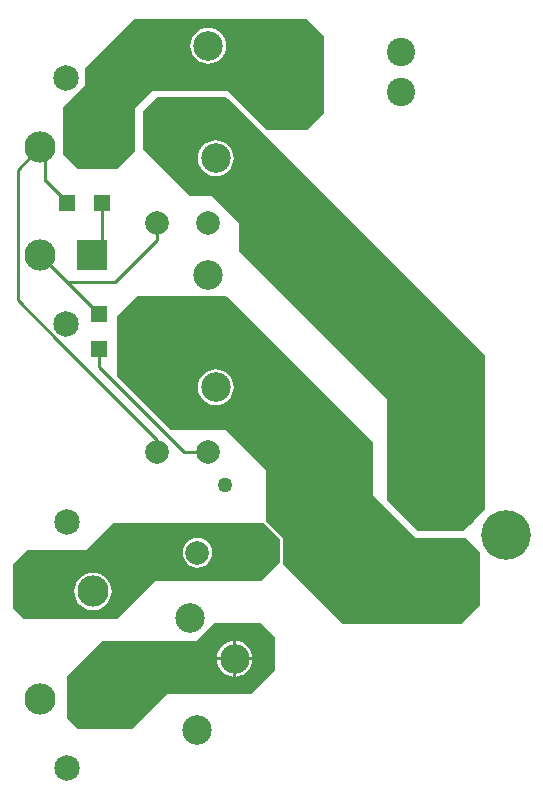
<source format=gbr>
%TF.GenerationSoftware,Altium Limited,Altium Designer,19.1.8 (144)*%
G04 Layer_Physical_Order=2*
G04 Layer_Color=16711680*
%FSLAX26Y26*%
%MOIN*%
%TF.FileFunction,Copper,L2,Bot,Signal*%
%TF.Part,Single*%
G01*
G75*
%TA.AperFunction,SMDPad,CuDef*%
%ADD12R,0.053150X0.057087*%
%TA.AperFunction,Conductor*%
%ADD13C,0.010000*%
%TA.AperFunction,ComponentPad*%
%ADD14C,0.165354*%
%ADD15C,0.103937*%
%ADD16R,0.103937X0.103937*%
%ADD17C,0.085039*%
%ADD18C,0.098425*%
%ADD19C,0.078740*%
%ADD20C,0.094488*%
%TA.AperFunction,ViaPad*%
%ADD21C,0.050000*%
%TA.AperFunction,SMDPad,CuDef*%
%ADD22R,0.057087X0.053150*%
G36*
X2490157Y3246063D02*
Y2988189D01*
X2433071Y2931102D01*
X2300197D01*
X2170276Y3061024D01*
X1918307D01*
X1859252Y3001969D01*
Y2859252D01*
X1801181Y2801181D01*
X1671260D01*
X1620079Y2852362D01*
Y3007874D01*
X1694882Y3082677D01*
Y3138780D01*
X1858268Y3302165D01*
X2434055D01*
X2490157Y3246063D01*
D02*
G37*
G36*
X3025591Y2180118D02*
Y1664370D01*
X2954724Y1593504D01*
X2803150D01*
X2699803Y1696851D01*
Y2033465D01*
X2205709Y2527559D01*
Y2620079D01*
X2116142Y2709646D01*
X2042323D01*
X1888780Y2863189D01*
Y2996063D01*
X1934055Y3041338D01*
X2164370D01*
X3025591Y2180118D01*
D02*
G37*
G36*
X2343504Y1567913D02*
Y1489173D01*
X2281496Y1427165D01*
X1927165D01*
X1802165Y1302165D01*
X1489173Y1302165D01*
X1453740Y1337598D01*
Y1482284D01*
X1501968Y1530512D01*
X1697835D01*
X1787401Y1620079D01*
X2291339D01*
X2343504Y1567913D01*
D02*
G37*
G36*
X2654528Y1889764D02*
Y1713583D01*
X2796260Y1571850D01*
X2962598D01*
X3011811Y1522638D01*
Y1347441D01*
X2949803Y1285433D01*
X2553150Y1285433D01*
X2352988Y1485595D01*
X2353700Y1489173D01*
Y1567913D01*
X2352924Y1571815D01*
X2350713Y1575123D01*
X2298548Y1627288D01*
X2298228Y1627502D01*
X2298228Y1794291D01*
X2162402Y1930118D01*
X1980315D01*
X1801181Y2109252D01*
Y2310039D01*
X1870079Y2378937D01*
X2165354D01*
X2654528Y1889764D01*
D02*
G37*
G36*
X2327756Y1240158D02*
Y1129921D01*
X2248032Y1050197D01*
X1967520D01*
X1852362Y935039D01*
X1671260D01*
X1633858Y972441D01*
Y1111220D01*
X1751968Y1229331D01*
X2062992D01*
X2123032Y1289370D01*
X2278543D01*
X2327756Y1240158D01*
D02*
G37*
%LPC*%
G36*
X2104331Y3271207D02*
X2092723Y3270064D01*
X2081561Y3266678D01*
X2071275Y3261180D01*
X2062258Y3253780D01*
X2054859Y3244764D01*
X2049361Y3234477D01*
X2045975Y3223316D01*
X2044832Y3211708D01*
X2045975Y3200100D01*
X2049361Y3188939D01*
X2054859Y3178652D01*
X2062258Y3169636D01*
X2071275Y3162236D01*
X2081561Y3156738D01*
X2092723Y3153352D01*
X2104331Y3152209D01*
X2115938Y3153352D01*
X2127100Y3156738D01*
X2137387Y3162236D01*
X2146403Y3169636D01*
X2153802Y3178652D01*
X2159301Y3188939D01*
X2162686Y3200100D01*
X2163830Y3211708D01*
X2162686Y3223316D01*
X2159301Y3234477D01*
X2153802Y3244764D01*
X2146403Y3253780D01*
X2137387Y3261180D01*
X2127100Y3266678D01*
X2115938Y3270064D01*
X2104331Y3271207D01*
D02*
G37*
G36*
X2129921Y2897191D02*
X2118314Y2896048D01*
X2107152Y2892662D01*
X2096865Y2887164D01*
X2087849Y2879764D01*
X2080450Y2870748D01*
X2074951Y2860461D01*
X2071566Y2849300D01*
X2070422Y2837692D01*
X2071566Y2826084D01*
X2074951Y2814923D01*
X2080450Y2804636D01*
X2087849Y2795620D01*
X2096865Y2788220D01*
X2107152Y2782722D01*
X2118314Y2779336D01*
X2129921Y2778193D01*
X2141529Y2779336D01*
X2152691Y2782722D01*
X2162977Y2788220D01*
X2171994Y2795620D01*
X2179393Y2804636D01*
X2184891Y2814923D01*
X2188277Y2826084D01*
X2189420Y2837692D01*
X2188277Y2849300D01*
X2184891Y2860461D01*
X2179393Y2870748D01*
X2171994Y2879764D01*
X2162977Y2887164D01*
X2152691Y2892662D01*
X2141529Y2896048D01*
X2129921Y2897191D01*
D02*
G37*
G36*
X2068898Y1572434D02*
X2056010Y1570737D01*
X2044000Y1565763D01*
X2033687Y1557849D01*
X2025773Y1547536D01*
X2020798Y1535526D01*
X2019102Y1522638D01*
X2020798Y1509750D01*
X2025773Y1497740D01*
X2033687Y1487427D01*
X2044000Y1479513D01*
X2056010Y1474539D01*
X2068898Y1472842D01*
X2081786Y1474539D01*
X2093796Y1479513D01*
X2104109Y1487427D01*
X2112022Y1497740D01*
X2116997Y1509750D01*
X2118694Y1522638D01*
X2116997Y1535526D01*
X2112022Y1547536D01*
X2104109Y1557849D01*
X2093796Y1565763D01*
X2081786Y1570737D01*
X2068898Y1572434D01*
D02*
G37*
G36*
X1720394Y1455733D02*
X1708246Y1454536D01*
X1696565Y1450993D01*
X1685799Y1445239D01*
X1676363Y1437495D01*
X1668620Y1428059D01*
X1662865Y1417293D01*
X1659322Y1405612D01*
X1658125Y1393465D01*
X1659322Y1381317D01*
X1662865Y1369636D01*
X1668620Y1358870D01*
X1676363Y1349434D01*
X1685799Y1341690D01*
X1696565Y1335936D01*
X1708246Y1332393D01*
X1720394Y1331196D01*
X1732542Y1332393D01*
X1744223Y1335936D01*
X1754988Y1341690D01*
X1764424Y1349434D01*
X1772168Y1358870D01*
X1777922Y1369636D01*
X1781466Y1381317D01*
X1782662Y1393465D01*
X1781466Y1405612D01*
X1777922Y1417293D01*
X1772168Y1428059D01*
X1764424Y1437495D01*
X1754988Y1445239D01*
X1744223Y1450993D01*
X1732542Y1454536D01*
X1720394Y1455733D01*
D02*
G37*
G36*
X2129921Y2133412D02*
X2118314Y2132268D01*
X2107152Y2128883D01*
X2096865Y2123384D01*
X2087849Y2115985D01*
X2080450Y2106968D01*
X2074951Y2096682D01*
X2071566Y2085520D01*
X2070422Y2073913D01*
X2071566Y2062305D01*
X2074951Y2051143D01*
X2080450Y2040857D01*
X2087849Y2031840D01*
X2096865Y2024441D01*
X2107152Y2018943D01*
X2118314Y2015557D01*
X2129921Y2014414D01*
X2141529Y2015557D01*
X2152691Y2018943D01*
X2162977Y2024441D01*
X2171994Y2031840D01*
X2179393Y2040857D01*
X2184891Y2051143D01*
X2188277Y2062305D01*
X2189420Y2073913D01*
X2188277Y2085520D01*
X2184891Y2096682D01*
X2179393Y2106968D01*
X2171994Y2115985D01*
X2162977Y2123384D01*
X2152691Y2128883D01*
X2141529Y2132268D01*
X2129921Y2133412D01*
D02*
G37*
G36*
X2197913Y1227314D02*
Y1173307D01*
X2251920D01*
X2251269Y1179915D01*
X2247883Y1191076D01*
X2242385Y1201363D01*
X2234986Y1210379D01*
X2225969Y1217779D01*
X2215683Y1223277D01*
X2204521Y1226663D01*
X2197913Y1227314D01*
D02*
G37*
G36*
X2187913D02*
X2181306Y1226663D01*
X2170144Y1223277D01*
X2159858Y1217779D01*
X2150841Y1210379D01*
X2143442Y1201363D01*
X2137943Y1191076D01*
X2134558Y1179915D01*
X2133907Y1173307D01*
X2187913D01*
Y1227314D01*
D02*
G37*
G36*
X2251920Y1163307D02*
X2197913D01*
Y1109301D01*
X2204521Y1109951D01*
X2215683Y1113337D01*
X2225969Y1118835D01*
X2234986Y1126235D01*
X2242385Y1135251D01*
X2247883Y1145538D01*
X2251269Y1156699D01*
X2251920Y1163307D01*
D02*
G37*
G36*
X2187913D02*
X2133907D01*
X2134558Y1156699D01*
X2137943Y1145538D01*
X2143442Y1135251D01*
X2150841Y1126235D01*
X2159858Y1118835D01*
X2170144Y1113337D01*
X2181306Y1109951D01*
X2187913Y1109301D01*
Y1163307D01*
D02*
G37*
%LPD*%
D12*
X1750000Y2687992D02*
D03*
X1633858D02*
D03*
D13*
X2023622Y1857284D02*
X2104237D01*
X1741142Y2139764D02*
X2023622Y1857284D01*
X1741142Y2139764D02*
Y2201772D01*
X1718425Y2514110D02*
X1750000Y2545684D01*
Y2687992D01*
X1561202Y2760648D02*
X1563171D01*
X1633858Y2689961D01*
Y2687992D02*
Y2689961D01*
X1633125Y2423961D02*
Y2424213D01*
Y2423961D02*
X1739173Y2317913D01*
X1741142D01*
X1469488Y2363709D02*
X1607080Y2226117D01*
X1469488Y2363709D02*
Y2799425D01*
X1607544Y2226117D02*
X1935039Y1898622D01*
X1607080Y2226117D02*
X1607544D01*
X1935039Y1857377D02*
Y1898622D01*
X1543228Y2511890D02*
Y2514110D01*
X2104237Y1857284D02*
X2104331Y1857377D01*
X1543228Y2873165D02*
X1561202Y2855191D01*
Y2760648D02*
Y2855191D01*
X1795276Y2424213D02*
X1935039Y2563976D01*
Y2621157D01*
X1633125Y2424213D02*
X1795276D01*
X1543228Y2514110D02*
X1633125Y2424213D01*
X1469488Y2799425D02*
X1543228Y2873165D01*
X2088410Y2621157D02*
X2104331D01*
D14*
X2926181Y1484252D02*
D03*
X3096659Y1582677D02*
D03*
X2926181Y1681102D02*
D03*
D15*
X1720394Y1393465D02*
D03*
X1545197D02*
D03*
Y1034409D02*
D03*
X1543228Y2514110D02*
D03*
Y2873165D02*
D03*
X1718425D02*
D03*
D16*
X1720394Y1034409D02*
D03*
X1718425Y2514110D02*
D03*
D17*
X1632874Y1624016D02*
D03*
Y803937D02*
D03*
X1630906Y2283637D02*
D03*
Y3103716D02*
D03*
D18*
X2068898Y932087D02*
D03*
X2043307Y1306102D02*
D03*
X2192913Y1168307D02*
D03*
X1980315Y2211708D02*
D03*
X2129921Y2073913D02*
D03*
X2104331Y2447928D02*
D03*
X1980315Y2975487D02*
D03*
X2129921Y2837692D02*
D03*
X2104331Y3211708D02*
D03*
D19*
X2238189Y1522638D02*
D03*
X2068898D02*
D03*
X2104331Y1857377D02*
D03*
X1935039D02*
D03*
X2104331Y2621157D02*
D03*
X1935039D02*
D03*
D20*
X2355630Y3190566D02*
D03*
X2746181D02*
D03*
X2355630Y3056708D02*
D03*
X2746181D02*
D03*
D21*
X2160433Y1749016D02*
D03*
D22*
X1741142Y2201772D02*
D03*
Y2317913D02*
D03*
%TF.MD5,1a2f474d9b188663d5f22312d8349345*%
M02*

</source>
